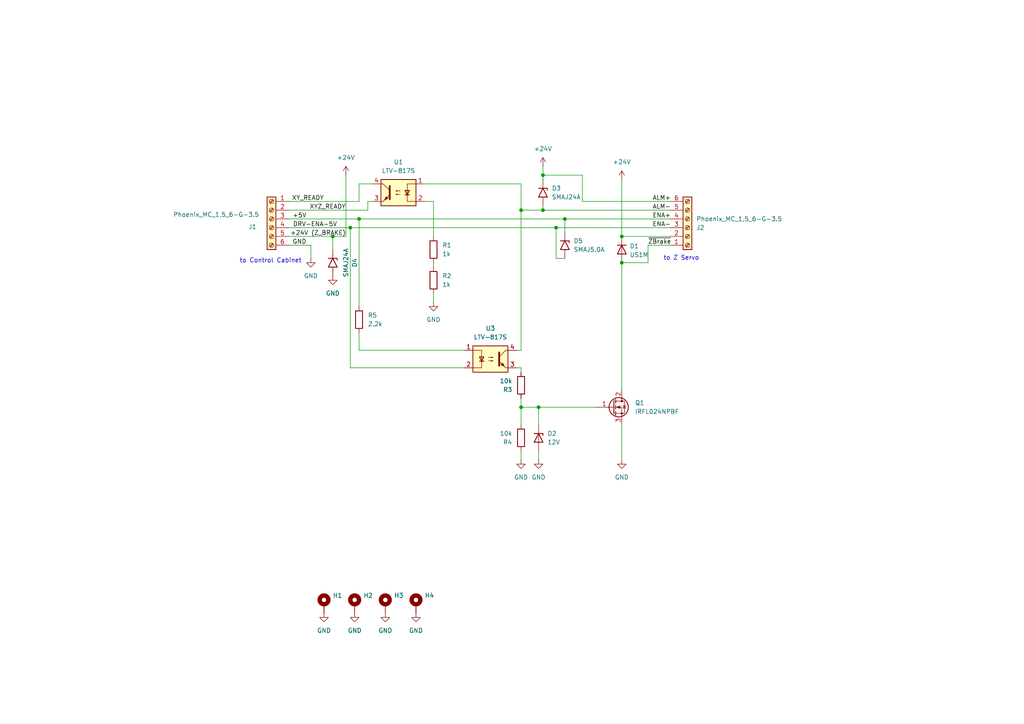
<source format=kicad_sch>
(kicad_sch (version 20250114) (generator "eeschema") (generator_version "9.0")
  (paper "A4")
  (lib_symbols
    (symbol "Connector:Screw_Terminal_01x06" (pin_names (offset 1.016) (hide yes))
      (property "Reference" "J" (at 0 7.62 0))
      (property "Value" "Screw_Terminal_01x06" (at 0 -10.16 0))
      (symbol "Screw_Terminal_01x06_1_1"
        (rectangle (start -1.27 6.35) (end 1.27 -8.89) (stroke (width 0.254)) (fill (type background)))
        (polyline (pts (xy -0.5334 5.4102) (xy 0.3302 4.572)) (stroke (width 0.1524)))
        (polyline (pts (xy -0.5334 2.8702) (xy 0.3302 2.032)) (stroke (width 0.1524)))
        (polyline (pts (xy -0.5334 0.3302) (xy 0.3302 -0.508)) (stroke (width 0.1524)))
        (polyline (pts (xy -0.5334 -2.2098) (xy 0.3302 -3.048)) (stroke (width 0.1524)))
        (polyline (pts (xy -0.5334 -4.7498) (xy 0.3302 -5.588)) (stroke (width 0.1524)))
        (polyline (pts (xy -0.5334 -7.2898) (xy 0.3302 -8.128)) (stroke (width 0.1524)))
        (polyline (pts (xy -0.3556 5.588) (xy 0.508 4.7498)) (stroke (width 0.1524)))
        (polyline (pts (xy -0.3556 3.048) (xy 0.508 2.2098)) (stroke (width 0.1524)))
        (polyline (pts (xy -0.3556 0.508) (xy 0.508 -0.3302)) (stroke (width 0.1524)))
        (polyline (pts (xy -0.3556 -2.032) (xy 0.508 -2.8702)) (stroke (width 0.1524)))
        (polyline (pts (xy -0.3556 -4.572) (xy 0.508 -5.4102)) (stroke (width 0.1524)))
        (polyline (pts (xy -0.3556 -7.112) (xy 0.508 -7.9502)) (stroke (width 0.1524)))
        (circle (center 0 5.08) (radius 0.635) (stroke (width 0.1524)))
        (circle (center 0 2.54) (radius 0.635) (stroke (width 0.1524)))
        (circle (center 0 0) (radius 0.635) (stroke (width 0.1524)))
        (circle (center 0 -2.54) (radius 0.635) (stroke (width 0.1524)))
        (circle (center 0 -5.08) (radius 0.635) (stroke (width 0.1524)))
        (circle (center 0 -7.62) (radius 0.635) (stroke (width 0.1524)))
        (pin passive line (at -5.08 5.08 0) (length 3.81) (name "Pin_1") (number "1"))
        (pin passive line (at -5.08 2.54 0) (length 3.81) (name "Pin_2") (number "2"))
        (pin passive line (at -5.08 0 0) (length 3.81) (name "Pin_3") (number "3"))
        (pin passive line (at -5.08 -2.54 0) (length 3.81) (name "Pin_4") (number "4"))
        (pin passive line (at -5.08 -5.08 0) (length 3.81) (name "Pin_5") (number "5"))
        (pin passive line (at -5.08 -7.62 0) (length 3.81) (name "Pin_6") (number "6"))
      )
    )
    (symbol "Device:D_Zener" (pin_numbers (hide yes)) (pin_names (offset 1.016) (hide yes))
      (property "Reference" "D" (at 0 2.54 0))
      (property "Value" "D_Zener" (at 0 -2.54 0))
      (symbol "D_Zener_0_1"
        (polyline (pts (xy -1.27 -1.27) (xy -1.27 1.27) (xy -0.762 1.27)) (stroke (width 0.254)))
        (polyline (pts (xy 1.27 0) (xy -1.27 0)))
        (polyline (pts (xy 1.27 -1.27) (xy 1.27 1.27) (xy -1.27 0) (xy 1.27 -1.27)) (stroke (width 0.254)))
      )
      (symbol "D_Zener_1_1"
        (pin passive line (at -3.81 0 0) (length 2.54) (name "K") (number "1"))
        (pin passive line (at 3.81 0 180) (length 2.54) (name "A") (number "2"))
      )
    )
    (symbol "Device:R" (pin_numbers (hide yes)) (pin_names (offset 0))
      (property "Reference" "R" (at 2.032 0 90))
      (property "Value" "R" (at 0 0 90))
      (symbol "R_0_1"
        (rectangle (start -1.016 -2.54) (end 1.016 2.54) (stroke (width 0.254)))
      )
      (symbol "R_1_1"
        (pin passive line (at 0 3.81 270) (length 1.27) (name "~") (number "1"))
        (pin passive line (at 0 -3.81 90) (length 1.27) (name "~") (number "2"))
      )
    )
    (symbol "Diode:SMAJ24A" (pin_numbers (hide yes)) (pin_names (offset 1.016) (hide yes))
      (property "Reference" "D" (at 0 2.54 0))
      (property "Value" "SMAJ24A" (at 0 -2.54 0))
      (symbol "SMAJ24A_0_1"
        (polyline (pts (xy -0.762 1.27) (xy -1.27 1.27) (xy -1.27 -1.27)) (stroke (width 0.254)))
        (polyline (pts (xy 1.27 1.27) (xy 1.27 -1.27) (xy -1.27 0) (xy 1.27 1.27)) (stroke (width 0.254)))
      )
      (symbol "SMAJ24A_1_1"
        (pin passive line (at -3.81 0 0) (length 2.54) (name "A1") (number "1"))
        (pin passive line (at 3.81 0 180) (length 2.54) (name "A2") (number "2"))
      )
    )
    (symbol "Diode:SMAJ5.0A" (pin_numbers (hide yes)) (pin_names (offset 1.016) (hide yes))
      (property "Reference" "D" (at 0 2.54 0))
      (property "Value" "SMAJ5.0A" (at 0 -2.54 0))
      (symbol "SMAJ5.0A_0_1"
        (polyline (pts (xy -0.762 1.27) (xy -1.27 1.27) (xy -1.27 -1.27)) (stroke (width 0.254)))
        (polyline (pts (xy 1.27 1.27) (xy 1.27 -1.27) (xy -1.27 0) (xy 1.27 1.27)) (stroke (width 0.254)))
      )
      (symbol "SMAJ5.0A_1_1"
        (pin passive line (at -3.81 0 0) (length 2.54) (name "A1") (number "1"))
        (pin passive line (at 3.81 0 180) (length 2.54) (name "A2") (number "2"))
      )
    )
    (symbol "Diode:US1M" (pin_numbers (hide yes)) (pin_names (hide yes))
      (property "Reference" "D" (at 0 2.54 0))
      (property "Value" "US1M" (at 0 -2.54 0))
      (symbol "US1M_0_1"
        (polyline (pts (xy -1.27 1.27) (xy -1.27 -1.27)) (stroke (width 0.254)))
        (polyline (pts (xy 1.27 1.27) (xy 1.27 -1.27) (xy -1.27 0) (xy 1.27 1.27)) (stroke (width 0.254)))
        (polyline (pts (xy 1.27 0) (xy -1.27 0)))
      )
      (symbol "US1M_1_1"
        (pin passive line (at -3.81 0 0) (length 2.54) (name "K") (number "1"))
        (pin passive line (at 3.81 0 180) (length 2.54) (name "A") (number "2"))
      )
    )
    (symbol "Isolator:LTV-817S" (pin_names (offset 1.016))
      (property "Reference" "U" (at -3.81 5.08 0))
      (property "Value" "LTV-817S" (at 0 -5.08 0))
      (symbol "LTV-817S_1_1"
        (rectangle (start -5.08 3.81) (end 5.08 -3.81) (stroke (width 0.254)) (fill (type background)))
        (polyline (pts (xy -5.08 2.54) (xy -2.54 2.54) (xy -2.54 -0.762)))
        (polyline (pts (xy -3.175 -0.635) (xy -1.905 -0.635)) (stroke (width 0.254)))
        (polyline (pts (xy -2.54 -0.635) (xy -2.54 -2.54) (xy -5.08 -2.54)))
        (polyline (pts (xy -2.54 -0.635) (xy -3.175 0.635) (xy -1.905 0.635) (xy -2.54 -0.635)) (stroke (width 0.254)))
        (polyline (pts (xy -0.508 0.508) (xy 0.762 0.508) (xy 0.381 0.381) (xy 0.381 0.635) (xy 0.762 0.508)))
        (polyline (pts (xy -0.508 -0.508) (xy 0.762 -0.508) (xy 0.381 -0.635) (xy 0.381 -0.381) (xy 0.762 -0.508)))
        (polyline (pts (xy 2.54 1.905) (xy 2.54 -1.905) (xy 2.54 -1.905)) (stroke (width 0.508)))
        (polyline (pts (xy 2.54 0.635) (xy 4.445 2.54)))
        (polyline (pts (xy 3.048 -1.651) (xy 3.556 -1.143) (xy 4.064 -2.159) (xy 3.048 -1.651) (xy 3.048 -1.651)) (fill (type outline)))
        (polyline (pts (xy 4.445 2.54) (xy 5.08 2.54)))
        (polyline (pts (xy 4.445 -2.54) (xy 2.54 -0.635)) (fill (type outline)))
        (polyline (pts (xy 4.445 -2.54) (xy 5.08 -2.54)))
        (pin passive line (at -7.62 2.54 0) (length 2.54) (name "~") (number "1"))
        (pin passive line (at -7.62 -2.54 0) (length 2.54) (name "~") (number "2"))
        (pin passive line (at 7.62 2.54 180) (length 2.54) (name "~") (number "4"))
        (pin passive line (at 7.62 -2.54 180) (length 2.54) (name "~") (number "3"))
      )
    )
    (symbol "Mechanical:MountingHole_Pad" (pin_numbers (hide yes)) (pin_names (offset 1.016) (hide yes)) (in_bom no)
      (property "Reference" "H" (at 0 6.35 0))
      (property "Value" "MountingHole_Pad" (at 0 4.445 0))
      (symbol "MountingHole_Pad_0_1"
        (circle (center 0 1.27) (radius 1.27) (stroke (width 1.27)))
      )
      (symbol "MountingHole_Pad_1_1"
        (pin input line (at 0 -2.54 90) (length 2.54) (name "1") (number "1"))
      )
    )
    (symbol "Transistor_FET:BSP129" (pin_names (hide yes))
      (property "Reference" "Q" (at 5.08 1.905 0))
      (property "Value" "BSP129" (at 5.08 0 0))
      (symbol "BSP129_0_1"
        (polyline (pts (xy 0.254 1.905) (xy 0.254 -1.905)) (stroke (width 0.254)))
        (polyline (pts (xy 0.254 0) (xy -2.54 0)))
        (polyline (pts (xy 0.762 2.286) (xy 0.762 1.27)) (stroke (width 0.254)))
        (polyline (pts (xy 0.762 0.508) (xy 0.762 -0.508)) (stroke (width 0.254)))
        (polyline (pts (xy 0.762 -1.27) (xy 0.762 -2.286)) (stroke (width 0.254)))
        (polyline (pts (xy 0.762 -1.778) (xy 3.302 -1.778) (xy 3.302 1.778) (xy 0.762 1.778)))
        (polyline (pts (xy 1.016 0) (xy 2.032 0.381) (xy 2.032 -0.381) (xy 1.016 0)) (fill (type outline)))
        (circle (center 1.651 0) (radius 2.794) (stroke (width 0.254)))
        (polyline (pts (xy 2.54 2.54) (xy 2.54 1.778)))
        (circle (center 2.54 1.778) (radius 0.254) (fill (type outline)))
        (circle (center 2.54 -1.778) (radius 0.254) (fill (type outline)))
        (polyline (pts (xy 2.54 -2.54) (xy 2.54 0) (xy 0.762 0)))
        (polyline (pts (xy 2.794 0.508) (xy 2.921 0.381) (xy 3.683 0.381) (xy 3.81 0.254)))
        (polyline (pts (xy 3.302 0.381) (xy 2.921 -0.254) (xy 3.683 -0.254) (xy 3.302 0.381)))
      )
      (symbol "BSP129_1_1"
        (pin input line (at -5.08 0 0) (length 5.08) (name "G") (number "1"))
        (pin passive line (at 2.54 5.08 270) (length 2.54) (name "D") (number "2"))
        (pin passive line (at 2.54 -5.08 90) (length 2.54) (name "S") (number "3"))
      )
    )
    (symbol "power:+24V" (power) (pin_numbers (hide yes)) (pin_names (offset 0) (hide yes))
      (property "Value" "+24V" (at 0 3.556 0))
      (symbol "+24V_0_1"
        (polyline (pts (xy -0.762 1.27) (xy 0 2.54)))
        (polyline (pts (xy 0 2.54) (xy 0.762 1.27)))
        (polyline (pts (xy 0 0) (xy 0 2.54)))
      )
      (symbol "+24V_1_1"
        (pin power_in line (at 0 0 90) (length 0) (name "~") (number "1"))
      )
    )
    (symbol "power:GND" (power) (pin_numbers (hide yes)) (pin_names (offset 0) (hide yes))
      (property "Value" "GND" (at 0 -3.81 0))
      (symbol "GND_0_1"
        (polyline (pts (xy 0 0) (xy 0 -1.27) (xy 1.27 -1.27) (xy 0 -2.54) (xy -1.27 -1.27) (xy 0 -1.27)))
      )
      (symbol "GND_1_1"
        (pin power_in line (at 0 0 270) (length 0) (name "~") (number "1"))
      )
    )
  )
  (text "to Control Cabinet" (at 78.486 75.692 0) (effects (font (size 1.27 1.27))))
  (text "to Z Servo" (at 197.612 74.93 0) (effects (font (size 1.27 1.27))))
  (junction (at 157.48 60.96))
  (junction (at 104.14 63.5))
  (junction (at 157.48 50.8))
  (junction (at 151.13 60.96))
  (junction (at 151.13 118.11))
  (junction (at 180.34 68.58))
  (junction (at 180.34 76.2))
  (junction (at 161.29 66.04))
  (junction (at 96.52 68.58))
  (junction (at 101.6 66.04))
  (junction (at 156.21 118.11))
  (junction (at 163.83 63.5))
  (wire (pts (xy 83.82 66.04) (xy 101.6 66.04)))
  (wire (pts (xy 104.14 53.34) (xy 104.14 58.42)))
  (wire (pts (xy 157.48 59.69) (xy 157.48 60.96)))
  (wire (pts (xy 125.73 76.2) (xy 125.73 77.47)))
  (wire (pts (xy 157.48 60.96) (xy 194.31 60.96)))
  (wire (pts (xy 83.82 71.12) (xy 90.17 71.12)))
  (wire (pts (xy 96.52 68.58) (xy 96.52 72.39)))
  (wire (pts (xy 123.19 53.34) (xy 151.13 53.34)))
  (wire (pts (xy 151.13 118.11) (xy 151.13 123.19)))
  (wire (pts (xy 151.13 130.81) (xy 151.13 133.35)))
  (wire (pts (xy 96.52 68.58) (xy 100.33 68.58)))
  (wire (pts (xy 125.73 58.42) (xy 123.19 58.42)))
  (wire (pts (xy 83.82 63.5) (xy 104.14 63.5)))
  (wire (pts (xy 125.73 68.58) (xy 125.73 58.42)))
  (wire (pts (xy 168.91 50.8) (xy 168.91 58.42)))
  (wire (pts (xy 151.13 101.6) (xy 149.86 101.6)))
  (wire (pts (xy 104.14 63.5) (xy 104.14 88.9)))
  (wire (pts (xy 161.29 66.04) (xy 194.31 66.04)))
  (wire (pts (xy 194.31 71.12) (xy 187.96 71.12)))
  (wire (pts (xy 156.21 130.81) (xy 156.21 133.35)))
  (wire (pts (xy 180.34 123.19) (xy 180.34 133.35)))
  (wire (pts (xy 156.21 118.11) (xy 172.72 118.11)))
  (wire (pts (xy 161.29 66.04) (xy 161.29 74.93)))
  (wire (pts (xy 163.83 63.5) (xy 194.31 63.5)))
  (wire (pts (xy 125.73 85.09) (xy 125.73 87.63)))
  (wire (pts (xy 107.95 53.34) (xy 104.14 53.34)))
  (wire (pts (xy 151.13 115.57) (xy 151.13 118.11)))
  (wire (pts (xy 187.96 76.2) (xy 180.34 76.2)))
  (wire (pts (xy 101.6 66.04) (xy 101.6 106.68)))
  (wire (pts (xy 106.68 58.42) (xy 106.68 60.96)))
  (wire (pts (xy 163.83 63.5) (xy 163.83 67.31)))
  (wire (pts (xy 157.48 50.8) (xy 168.91 50.8)))
  (wire (pts (xy 163.83 74.93) (xy 161.29 74.93)))
  (wire (pts (xy 104.14 101.6) (xy 104.14 96.52)))
  (wire (pts (xy 180.34 68.58) (xy 194.31 68.58)))
  (wire (pts (xy 151.13 107.95) (xy 151.13 106.68)))
  (wire (pts (xy 151.13 60.96) (xy 157.48 60.96)))
  (wire (pts (xy 83.82 58.42) (xy 104.14 58.42)))
  (wire (pts (xy 104.14 63.5) (xy 163.83 63.5)))
  (wire (pts (xy 157.48 48.26) (xy 157.48 50.8)))
  (wire (pts (xy 156.21 118.11) (xy 156.21 123.19)))
  (wire (pts (xy 151.13 60.96) (xy 151.13 101.6)))
  (wire (pts (xy 134.62 106.68) (xy 101.6 106.68)))
  (wire (pts (xy 83.82 60.96) (xy 106.68 60.96)))
  (wire (pts (xy 157.48 50.8) (xy 157.48 52.07)))
  (wire (pts (xy 168.91 58.42) (xy 194.31 58.42)))
  (wire (pts (xy 187.96 71.12) (xy 187.96 76.2)))
  (wire (pts (xy 151.13 106.68) (xy 149.86 106.68)))
  (wire (pts (xy 101.6 66.04) (xy 161.29 66.04)))
  (wire (pts (xy 134.62 101.6) (xy 104.14 101.6)))
  (wire (pts (xy 151.13 53.34) (xy 151.13 60.96)))
  (wire (pts (xy 180.34 68.58) (xy 180.34 52.07)))
  (wire (pts (xy 90.17 71.12) (xy 90.17 74.93)))
  (wire (pts (xy 151.13 118.11) (xy 156.21 118.11)))
  (wire (pts (xy 180.34 76.2) (xy 180.34 113.03)))
  (wire (pts (xy 106.68 58.42) (xy 107.95 58.42)))
  (wire (pts (xy 100.33 68.58) (xy 100.33 50.8)))
  (wire (pts (xy 83.82 68.58) (xy 96.52 68.58)))
  (label "XYZ_READY" (at 100.33 60.96 180))
  (label "ENA-" (at 189.23 66.04 0))
  (label "ALM+" (at 189.23 58.42 0))
  (label "+5V" (at 88.9 63.5 180))
  (label "ALM-" (at 189.23 60.96 0))
  (label "GND" (at 88.9 71.12 180))
  (label "DRV-ENA-5V" (at 97.79 66.04 180))
  (label "XY_READY" (at 93.98 58.42 180))
  (label "~{ZBrake}" (at 187.96 71.12 0))
  (label "+24V (Z_BRAKE)" (at 100.33 68.58 180))
  (label "ENA+" (at 189.23 63.5 0))
  (symbol (lib_id "power:GND") (at 111.76 177.8 0) (unit 1)
    (property "Reference" "#PWR011" (effects (hide yes)))
    (property "Value" "GND" (at 111.76 182.88 0))
    (property "Description" "Power symbol creates a global label with name \"GND\" , ground" (effects (hide yes)))
  )
  (symbol (lib_id "power:GND") (at 96.52 80.01 0) (unit 1)
    (property "Reference" "#PWR017" (effects (hide yes)))
    (property "Value" "GND" (at 96.52 85.09 0))
    (property "Description" "Power symbol creates a global label with name \"GND\" , ground" (effects (hide yes)))
  )
  (symbol (lib_id "Diode:SMAJ24A") (at 96.52 76.2 270) (unit 1)
    (property "Reference" "D4" (at 102.87 76.2 0))
    (property "Value" "SMAJ24A" (at 100.33 76.2 0))
    (property "Footprint" "Diode_SMD:D_SMA" (effects (hide yes)))
    (property "Datasheet" "https://www.littelfuse.com/media?resourcetype=datasheets&itemid=75e32973-b177-4ee3-a0ff-cedaf1abdb93&filename=smaj-datasheet" (effects (hide yes)))
    (property "Description" "400W unidirectional Transient Voltage Suppressor, 24.0Vr, SMA(DO-214AC)" (effects (hide yes)))
  )
  (symbol (lib_id "power:GND") (at 90.17 74.93 0) (unit 1)
    (property "Reference" "#PWR07" (effects (hide yes)))
    (property "Value" "GND" (at 90.17 80.01 0))
    (property "Description" "Power symbol creates a global label with name \"GND\" , ground" (effects (hide yes)))
  )
  (symbol (lib_id "Diode:SMAJ24A") (at 157.48 55.88 270) (unit 1)
    (property "Reference" "D3" (at 160.02 54.6099 90) (effects (justify left)))
    (property "Value" "SMAJ24A" (at 160.02 57.1499 90) (effects (justify left)))
    (property "Footprint" "Diode_SMD:D_SMA" (effects (hide yes)))
    (property "Datasheet" "https://www.littelfuse.com/media?resourcetype=datasheets&itemid=75e32973-b177-4ee3-a0ff-cedaf1abdb93&filename=smaj-datasheet" (effects (hide yes)))
    (property "Description" "400W unidirectional Transient Voltage Suppressor, 24.0Vr, SMA(DO-214AC)" (effects (hide yes)))
  )
  (symbol (lib_id "Device:R") (at 125.73 81.28 0) (unit 1)
    (property "Reference" "R2" (at 128.27 80.0099 0) (effects (justify left)))
    (property "Value" "1k" (at 128.27 82.5499 0) (effects (justify left)))
    (property "Footprint" "Resistor_SMD:R_1206_3216Metric_Pad1.30x1.75mm_HandSolder" (effects (hide yes)))
    (property "Description" "Resistor" (effects (hide yes)))
  )
  (symbol (lib_id "Mechanical:MountingHole_Pad") (at 120.65 175.26 0) (unit 1) (in_bom no)
    (property "Reference" "H4" (at 123.19 172.7199 0) (effects (justify left)))
    (property "Value" "MountingHole_Pad" (effects (hide yes)))
    (property "Footprint" "MountingHole:MountingHole_3.2mm_M3_Pad_Via" (effects (hide yes)))
    (property "Description" "Mounting Hole with connection" (effects (hide yes)))
  )
  (symbol (lib_id "Mechanical:MountingHole_Pad") (at 111.76 175.26 0) (unit 1) (in_bom no)
    (property "Reference" "H3" (at 114.3 172.7199 0) (effects (justify left)))
    (property "Value" "MountingHole_Pad" (effects (hide yes)))
    (property "Footprint" "MountingHole:MountingHole_3.2mm_M3_Pad_Via" (effects (hide yes)))
    (property "Description" "Mounting Hole with connection" (effects (hide yes)))
  )
  (symbol (lib_id "Device:R") (at 151.13 127 0) (unit 1)
    (property "Reference" "R4" (at 148.59 128.2701 0) (effects (justify right)))
    (property "Value" "10k" (at 148.59 125.7301 0) (effects (justify right)))
    (property "Footprint" "Resistor_SMD:R_0805_2012Metric_Pad1.20x1.40mm_HandSolder" (effects (hide yes)))
    (property "Description" "Resistor" (effects (hide yes)))
  )
  (symbol (lib_id "Connector:Screw_Terminal_01x06") (at 78.74 63.5 0) (mirror y) (unit 1)
    (property "Reference" "J1" (at 74.422 65.786 0) (effects (justify left)))
    (property "Value" "Phoenix_MC_1,5_6-G-3.5" (at 75.184 62.23 0) (effects (justify left)))
    (property "Footprint" "Connector_Phoenix_MC:PhoenixContact_MC_1,5_6-G-3.5_1x06_P3.50mm_Horizontal" (effects (hide yes)))
    (property "Description" "Generic screw terminal, single row, 01x06, script generated (kicad-library-utils/schlib/autogen/connector/)" (effects (hide yes)))
  )
  (symbol (lib_id "power:GND") (at 125.73 87.63 0) (unit 1)
    (property "Reference" "#PWR02" (effects (hide yes)))
    (property "Value" "GND" (at 125.73 92.71 0))
    (property "Description" "Power symbol creates a global label with name \"GND\" , ground" (effects (hide yes)))
  )
  (symbol (lib_id "Device:D_Zener") (at 156.21 127 270) (unit 1)
    (property "Reference" "D2" (at 158.75 125.7299 90) (effects (justify left)))
    (property "Value" "12V" (at 158.75 128.2699 90) (effects (justify left)))
    (property "Footprint" "Diode_SMD:D_SOD-123" (effects (hide yes)))
    (property "Description" "Zener diode" (effects (hide yes)))
  )
  (symbol (lib_id "Device:R") (at 104.14 92.71 0) (unit 1)
    (property "Reference" "R5" (at 106.68 91.4399 0) (effects (justify left)))
    (property "Value" "2.2k" (at 106.68 93.9799 0) (effects (justify left)))
    (property "Footprint" "Resistor_SMD:R_1206_3216Metric_Pad1.30x1.75mm_HandSolder" (effects (hide yes)))
    (property "Description" "Resistor" (effects (hide yes)))
  )
  (symbol (lib_id "Diode:US1M") (at 180.34 72.39 270) (unit 1)
    (property "Reference" "D1" (at 182.626 71.374 90) (effects (justify left)))
    (property "Value" "US1M" (at 182.626 73.914 90) (effects (justify left)))
    (property "Footprint" "Diode_SMD:D_SMA" (effects (hide yes)))
    (property "Datasheet" "https://www.diodes.com/assets/Datasheets/ds16008.pdf" (effects (hide yes)))
    (property "Description" "1000V, 1A, General Purpose Rectifier Diode, SMA(DO-214AC)" (effects (hide yes)))
    (property "Sim.Device" "D" (effects (hide yes)))
    (property "Sim.Pins" "1=K 2=A" (effects (hide yes)))
  )
  (symbol (lib_id "power:GND") (at 151.13 133.35 0) (unit 1)
    (property "Reference" "#PWR04" (effects (hide yes)))
    (property "Value" "GND" (at 151.13 138.43 0))
    (property "Description" "Power symbol creates a global label with name \"GND\" , ground" (effects (hide yes)))
  )
  (symbol (lib_id "Isolator:LTV-817S") (at 115.57 55.88 0) (mirror y) (unit 1)
    (property "Reference" "U1" (at 115.57 46.99 0))
    (property "Value" "LTV-817S" (at 115.57 49.53 0))
    (property "Footprint" "Package_DIP:SMDIP-4_W9.53mm" (effects (hide yes)))
    (property "Datasheet" "http://www.us.liteon.com/downloads/LTV-817-827-847.PDF" (effects (hide yes)))
    (property "Description" "DC Optocoupler, Vce 35V, CTR 50%, SMDIP-4" (effects (hide yes)))
  )
  (symbol (lib_id "power:GND") (at 93.98 177.8 0) (unit 1)
    (property "Reference" "#PWR09" (effects (hide yes)))
    (property "Value" "GND" (at 93.98 182.88 0))
    (property "Description" "Power symbol creates a global label with name \"GND\" , ground" (effects (hide yes)))
  )
  (symbol (lib_id "Connector:Screw_Terminal_01x06") (at 199.39 66.04 0) (mirror x) (unit 1)
    (property "Reference" "J2" (at 201.93 66.0401 0) (effects (justify left)))
    (property "Value" "Phoenix_MC_1,5_6-G-3.5" (at 201.93 63.5001 0) (effects (justify left)))
    (property "Footprint" "Connector_Phoenix_MC:PhoenixContact_MC_1,5_6-G-3.5_1x06_P3.50mm_Horizontal" (effects (hide yes)))
    (property "Description" "Generic screw terminal, single row, 01x06, script generated (kicad-library-utils/schlib/autogen/connector/)" (effects (hide yes)))
  )
  (symbol (lib_id "Device:R") (at 125.73 72.39 0) (unit 1)
    (property "Reference" "R1" (at 128.27 71.1199 0) (effects (justify left)))
    (property "Value" "1k" (at 128.27 73.6599 0) (effects (justify left)))
    (property "Footprint" "Resistor_SMD:R_1206_3216Metric_Pad1.30x1.75mm_HandSolder" (effects (hide yes)))
    (property "Description" "Resistor" (effects (hide yes)))
  )
  (symbol (lib_id "Mechanical:MountingHole_Pad") (at 93.98 175.26 0) (unit 1) (in_bom no)
    (property "Reference" "H1" (at 96.52 172.7199 0) (effects (justify left)))
    (property "Value" "MountingHole_Pad" (effects (hide yes)))
    (property "Footprint" "MountingHole:MountingHole_3.2mm_M3_Pad_Via" (effects (hide yes)))
    (property "Description" "Mounting Hole with connection" (effects (hide yes)))
  )
  (symbol (lib_id "power:GND") (at 120.65 177.8 0) (unit 1)
    (property "Reference" "#PWR012" (effects (hide yes)))
    (property "Value" "GND" (at 120.65 182.88 0))
    (property "Description" "Power symbol creates a global label with name \"GND\" , ground" (effects (hide yes)))
  )
  (symbol (lib_id "Transistor_FET:BSP129") (at 177.8 118.11 0) (unit 1)
    (property "Reference" "Q1" (at 184.15 116.8399 0) (effects (justify left)))
    (property "Value" "IRFL024NPBF" (at 184.15 119.3799 0) (effects (justify left)))
    (property "Footprint" "Package_TO_SOT_SMD:SOT-223-3_TabPin2" (effects (hide yes)))
    (property "Datasheet" "https://www.infineon.com/dgdl/irfl024npbf.pdf?fileId=5546d462533600a401535627cdd51fae" (effects (hide yes)))
    (property "Description" "2.8A Id, 55V Vds, N-Channel MOSFET, SOT-223" (effects (hide yes)))
  )
  (symbol (lib_id "power:GND") (at 102.87 177.8 0) (unit 1)
    (property "Reference" "#PWR010" (effects (hide yes)))
    (property "Value" "GND" (at 102.87 182.88 0))
    (property "Description" "Power symbol creates a global label with name \"GND\" , ground" (effects (hide yes)))
  )
  (symbol (lib_id "power:+24V") (at 180.34 52.07 0) (mirror y) (unit 1)
    (property "Reference" "#PWR05" (effects (hide yes)))
    (property "Value" "+24V" (at 180.34 46.99 0))
    (property "Description" "Power symbol creates a global label with name \"+24V\"" (effects (hide yes)))
  )
  (symbol (lib_id "Mechanical:MountingHole_Pad") (at 102.87 175.26 0) (unit 1) (in_bom no)
    (property "Reference" "H2" (at 105.41 172.7199 0) (effects (justify left)))
    (property "Value" "MountingHole_Pad" (effects (hide yes)))
    (property "Footprint" "MountingHole:MountingHole_3.2mm_M3_Pad_Via" (effects (hide yes)))
    (property "Description" "Mounting Hole with connection" (effects (hide yes)))
  )
  (symbol (lib_id "power:+24V") (at 100.33 50.8 0) (unit 1)
    (property "Reference" "#PWR08" (effects (hide yes)))
    (property "Value" "+24V" (at 100.33 45.72 0))
    (property "Description" "Power symbol creates a global label with name \"+24V\"" (effects (hide yes)))
  )
  (symbol (lib_id "power:GND") (at 156.21 133.35 0) (unit 1)
    (property "Reference" "#PWR03" (effects (hide yes)))
    (property "Value" "GND" (at 156.21 138.43 0))
    (property "Description" "Power symbol creates a global label with name \"GND\" , ground" (effects (hide yes)))
  )
  (symbol (lib_id "Device:R") (at 151.13 111.76 180) (unit 1)
    (property "Reference" "R3" (at 148.59 113.0301 0) (effects (justify left)))
    (property "Value" "10k" (at 148.59 110.4901 0) (effects (justify left)))
    (property "Footprint" "Resistor_SMD:R_0805_2012Metric_Pad1.20x1.40mm_HandSolder" (effects (hide yes)))
    (property "Description" "Resistor" (effects (hide yes)))
  )
  (symbol (lib_id "power:GND") (at 180.34 133.35 0) (unit 1)
    (property "Reference" "#PWR01" (effects (hide yes)))
    (property "Value" "GND" (at 180.34 138.43 0))
    (property "Description" "Power symbol creates a global label with name \"GND\" , ground" (effects (hide yes)))
  )
  (symbol (lib_id "Isolator:LTV-817S") (at 142.24 104.14 0) (unit 1)
    (property "Reference" "U3" (at 142.24 95.25 0))
    (property "Value" "LTV-817S" (at 142.24 97.79 0))
    (property "Footprint" "Package_DIP:SMDIP-4_W9.53mm" (effects (hide yes)))
    (property "Datasheet" "http://www.us.liteon.com/downloads/LTV-817-827-847.PDF" (effects (hide yes)))
    (property "Description" "DC Optocoupler, Vce 35V, CTR 50%, SMDIP-4" (effects (hide yes)))
  )
  (symbol (lib_id "Diode:SMAJ5.0A") (at 163.83 71.12 270) (unit 1)
    (property "Reference" "D5" (at 166.37 69.8499 90) (effects (justify left)))
    (property "Value" "SMAJ5.0A" (at 166.37 72.3899 90) (effects (justify left)))
    (property "Footprint" "Diode_SMD:D_SMA" (effects (hide yes)))
    (property "Datasheet" "https://www.littelfuse.com/media?resourcetype=datasheets&itemid=75e32973-b177-4ee3-a0ff-cedaf1abdb93&filename=smaj-datasheet" (effects (hide yes)))
    (property "Description" "400W unidirectional Transient Voltage Suppressor, 5.0Vr, SMA(DO-214AC)" (effects (hide yes)))
  )
  (symbol (lib_id "power:+24V") (at 157.48 48.26 0) (unit 1)
    (property "Reference" "#PWR013" (effects (hide yes)))
    (property "Value" "+24V" (at 157.48 43.18 0))
    (property "Description" "Power symbol creates a global label with name \"+24V\"" (effects (hide yes)))
  )
)
</source>
